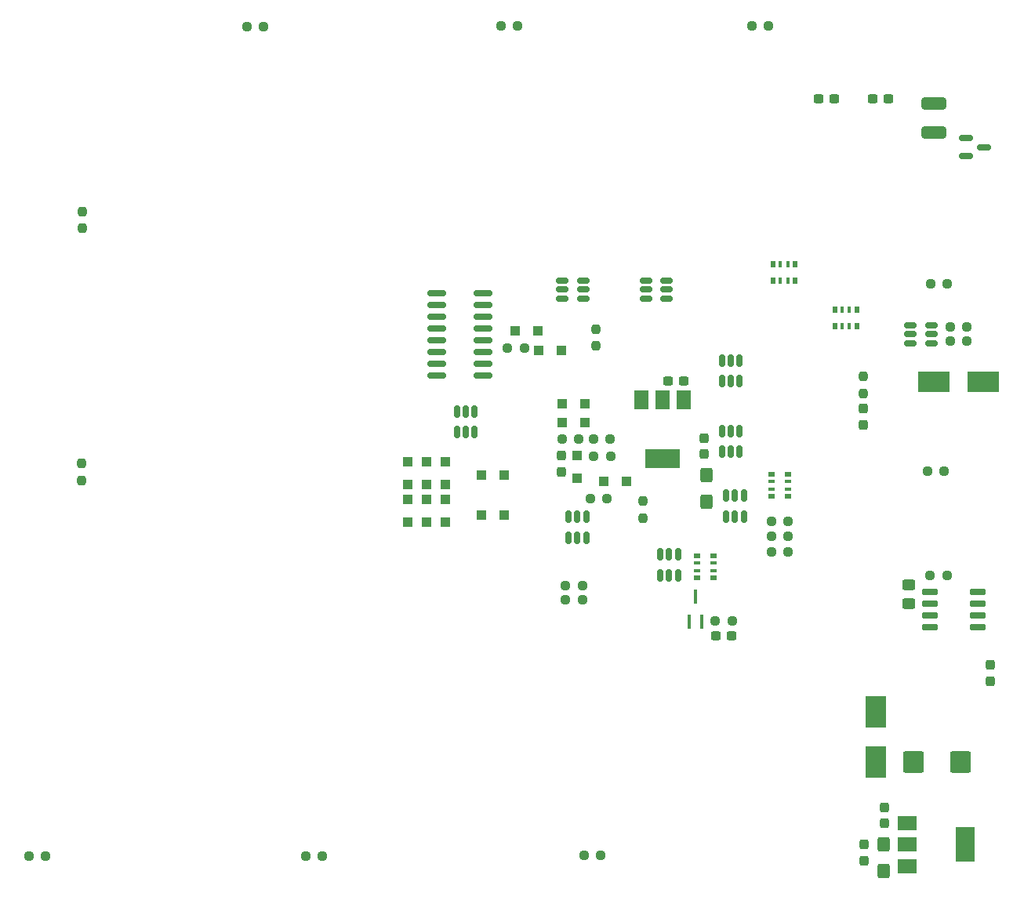
<source format=gbr>
%TF.GenerationSoftware,KiCad,Pcbnew,6.0.5*%
%TF.CreationDate,2022-11-27T13:32:37+03:00*%
%TF.ProjectId,multistepper,6d756c74-6973-4746-9570-7065722e6b69,rev?*%
%TF.SameCoordinates,Original*%
%TF.FileFunction,Paste,Bot*%
%TF.FilePolarity,Positive*%
%FSLAX46Y46*%
G04 Gerber Fmt 4.6, Leading zero omitted, Abs format (unit mm)*
G04 Created by KiCad (PCBNEW 6.0.5) date 2022-11-27 13:32:37*
%MOMM*%
%LPD*%
G01*
G04 APERTURE LIST*
G04 Aperture macros list*
%AMRoundRect*
0 Rectangle with rounded corners*
0 $1 Rounding radius*
0 $2 $3 $4 $5 $6 $7 $8 $9 X,Y pos of 4 corners*
0 Add a 4 corners polygon primitive as box body*
4,1,4,$2,$3,$4,$5,$6,$7,$8,$9,$2,$3,0*
0 Add four circle primitives for the rounded corners*
1,1,$1+$1,$2,$3*
1,1,$1+$1,$4,$5*
1,1,$1+$1,$6,$7*
1,1,$1+$1,$8,$9*
0 Add four rect primitives between the rounded corners*
20,1,$1+$1,$2,$3,$4,$5,0*
20,1,$1+$1,$4,$5,$6,$7,0*
20,1,$1+$1,$6,$7,$8,$9,0*
20,1,$1+$1,$8,$9,$2,$3,0*%
G04 Aperture macros list end*
%ADD10R,2.000000X1.500000*%
%ADD11R,2.000000X3.800000*%
%ADD12RoundRect,0.237500X-0.237500X0.300000X-0.237500X-0.300000X0.237500X-0.300000X0.237500X0.300000X0*%
%ADD13RoundRect,0.250000X-0.425000X0.537500X-0.425000X-0.537500X0.425000X-0.537500X0.425000X0.537500X0*%
%ADD14RoundRect,0.237500X0.237500X-0.300000X0.237500X0.300000X-0.237500X0.300000X-0.237500X-0.300000X0*%
%ADD15RoundRect,0.150000X-0.512500X-0.150000X0.512500X-0.150000X0.512500X0.150000X-0.512500X0.150000X0*%
%ADD16RoundRect,0.237500X-0.250000X-0.237500X0.250000X-0.237500X0.250000X0.237500X-0.250000X0.237500X0*%
%ADD17R,1.000000X1.000000*%
%ADD18R,0.500000X0.800000*%
%ADD19R,0.400000X0.800000*%
%ADD20R,0.800000X0.500000*%
%ADD21R,0.800000X0.400000*%
%ADD22RoundRect,0.150000X-0.587500X-0.150000X0.587500X-0.150000X0.587500X0.150000X-0.587500X0.150000X0*%
%ADD23RoundRect,0.150000X-0.150000X0.512500X-0.150000X-0.512500X0.150000X-0.512500X0.150000X0.512500X0*%
%ADD24RoundRect,0.237500X0.250000X0.237500X-0.250000X0.237500X-0.250000X-0.237500X0.250000X-0.237500X0*%
%ADD25RoundRect,0.150000X0.825000X0.150000X-0.825000X0.150000X-0.825000X-0.150000X0.825000X-0.150000X0*%
%ADD26RoundRect,0.150000X0.512500X0.150000X-0.512500X0.150000X-0.512500X-0.150000X0.512500X-0.150000X0*%
%ADD27RoundRect,0.237500X0.300000X0.237500X-0.300000X0.237500X-0.300000X-0.237500X0.300000X-0.237500X0*%
%ADD28RoundRect,0.237500X0.237500X-0.250000X0.237500X0.250000X-0.237500X0.250000X-0.237500X-0.250000X0*%
%ADD29RoundRect,0.250000X0.450000X-0.325000X0.450000X0.325000X-0.450000X0.325000X-0.450000X-0.325000X0*%
%ADD30R,2.300000X3.500000*%
%ADD31R,3.500000X2.300000*%
%ADD32RoundRect,0.237500X-0.300000X-0.237500X0.300000X-0.237500X0.300000X0.237500X-0.300000X0.237500X0*%
%ADD33RoundRect,0.250000X-0.875000X-0.925000X0.875000X-0.925000X0.875000X0.925000X-0.875000X0.925000X0*%
%ADD34RoundRect,0.237500X-0.237500X0.250000X-0.237500X-0.250000X0.237500X-0.250000X0.237500X0.250000X0*%
%ADD35R,0.450000X1.500000*%
%ADD36RoundRect,0.150000X-0.725000X-0.150000X0.725000X-0.150000X0.725000X0.150000X-0.725000X0.150000X0*%
%ADD37R,1.500000X2.000000*%
%ADD38R,3.800000X2.000000*%
%ADD39RoundRect,0.250000X-1.075000X0.400000X-1.075000X-0.400000X1.075000X-0.400000X1.075000X0.400000X0*%
G04 APERTURE END LIST*
D10*
%TO.C,U8*%
X152450000Y-132574000D03*
X152450000Y-134874000D03*
D11*
X158750000Y-134874000D03*
D10*
X152450000Y-137174000D03*
%TD*%
D12*
%TO.C,C29*%
X147828000Y-136600100D03*
X147828000Y-134875100D03*
%TD*%
D13*
%TO.C,C28*%
X149910800Y-137749000D03*
X149910800Y-134874000D03*
%TD*%
D14*
%TO.C,C27*%
X150012400Y-130861900D03*
X150012400Y-132586900D03*
%TD*%
D15*
%TO.C,D3*%
X117464000Y-75880000D03*
X117464000Y-74930000D03*
X117464000Y-73980000D03*
X115189000Y-73980000D03*
X115189000Y-74930000D03*
X115189000Y-75880000D03*
%TD*%
D16*
%TO.C,R5*%
X137771500Y-103276400D03*
X139596500Y-103276400D03*
%TD*%
%TO.C,R8*%
X118213500Y-97536000D03*
X120038500Y-97536000D03*
%TD*%
%TO.C,R12*%
X118619900Y-92913200D03*
X120444900Y-92913200D03*
%TD*%
D17*
%TO.C,D20*%
X116840000Y-92831600D03*
X116840000Y-95331600D03*
%TD*%
%TO.C,D23*%
X115123600Y-81483200D03*
X112623600Y-81483200D03*
%TD*%
D18*
%TO.C,RN3*%
X147021400Y-78903400D03*
D19*
X146221400Y-78903400D03*
X145421400Y-78903400D03*
D18*
X144621400Y-78903400D03*
X144621400Y-77103400D03*
D19*
X145421400Y-77103400D03*
X146221400Y-77103400D03*
D18*
X147021400Y-77103400D03*
%TD*%
D17*
%TO.C,D10*%
X100584000Y-97556000D03*
X100584000Y-100056000D03*
%TD*%
%TO.C,D17*%
X100584000Y-93492000D03*
X100584000Y-95992000D03*
%TD*%
D20*
%TO.C,RN4*%
X137784000Y-97262800D03*
D21*
X137784000Y-96462800D03*
X137784000Y-95662800D03*
D20*
X137784000Y-94862800D03*
X139584000Y-94862800D03*
D21*
X139584000Y-95662800D03*
X139584000Y-96462800D03*
D20*
X139584000Y-97262800D03*
%TD*%
D22*
%TO.C,D24*%
X158828500Y-60487600D03*
X158828500Y-58587600D03*
X160703500Y-59537600D03*
%TD*%
D23*
%TO.C,D4*%
X103850400Y-90342300D03*
X104800400Y-90342300D03*
X105750400Y-90342300D03*
X105750400Y-88067300D03*
X104800400Y-88067300D03*
X103850400Y-88067300D03*
%TD*%
D24*
%TO.C,R16*%
X158900500Y-80524000D03*
X157075500Y-80524000D03*
%TD*%
D16*
%TO.C,R6*%
X109272700Y-81280000D03*
X111097700Y-81280000D03*
%TD*%
D25*
%TO.C,U7*%
X101665000Y-75311000D03*
X101665000Y-76581000D03*
X101665000Y-77851000D03*
X101665000Y-79121000D03*
X101665000Y-80391000D03*
X101665000Y-81661000D03*
X101665000Y-82931000D03*
X101665000Y-84201000D03*
X106615000Y-84201000D03*
X106615000Y-82931000D03*
X106615000Y-81661000D03*
X106615000Y-80391000D03*
X106615000Y-79121000D03*
X106615000Y-77851000D03*
X106615000Y-76581000D03*
X106615000Y-75311000D03*
%TD*%
D17*
%TO.C,D12*%
X108946000Y-99314000D03*
X106446000Y-99314000D03*
%TD*%
D26*
%TO.C,D2*%
X124217000Y-73980000D03*
X124217000Y-74930000D03*
X124217000Y-75880000D03*
X126492000Y-75880000D03*
X126492000Y-74930000D03*
X126492000Y-73980000D03*
%TD*%
%TO.C,U3*%
X152786500Y-78812000D03*
X152786500Y-79762000D03*
X152786500Y-80712000D03*
X155061500Y-80712000D03*
X155061500Y-79762000D03*
X155061500Y-78812000D03*
%TD*%
D16*
%TO.C,R28*%
X135671650Y-46423200D03*
X137496650Y-46423200D03*
%TD*%
D17*
%TO.C,D19*%
X106446000Y-94996000D03*
X108946000Y-94996000D03*
%TD*%
D16*
%TO.C,R26*%
X82970200Y-46546854D03*
X81145200Y-46546854D03*
%TD*%
%TO.C,R27*%
X108566275Y-46485027D03*
X110391275Y-46485027D03*
%TD*%
D27*
%TO.C,C10*%
X142850700Y-54356000D03*
X144575700Y-54356000D03*
%TD*%
D28*
%TO.C,R32*%
X63329200Y-93691400D03*
X63329200Y-95516400D03*
%TD*%
D17*
%TO.C,D9*%
X98552000Y-97556000D03*
X98552000Y-100056000D03*
%TD*%
%TO.C,D15*%
X112603600Y-79400400D03*
X110103600Y-79400400D03*
%TD*%
D29*
%TO.C,D25*%
X152654000Y-108873400D03*
X152654000Y-106823400D03*
%TD*%
D16*
%TO.C,R19*%
X156766900Y-105765600D03*
X154941900Y-105765600D03*
%TD*%
D17*
%TO.C,D21*%
X117683600Y-89306400D03*
X115183600Y-89306400D03*
%TD*%
D24*
%TO.C,R7*%
X116992400Y-91084400D03*
X115167400Y-91084400D03*
%TD*%
D18*
%TO.C,RN1*%
X137941200Y-72201200D03*
D19*
X138741200Y-72201200D03*
X139541200Y-72201200D03*
D18*
X140341200Y-72201200D03*
X140341200Y-74001200D03*
D19*
X139541200Y-74001200D03*
X138741200Y-74001200D03*
D18*
X137941200Y-74001200D03*
%TD*%
D23*
%TO.C,D7*%
X132908000Y-99435500D03*
X133858000Y-99435500D03*
X134808000Y-99435500D03*
X134808000Y-97160500D03*
X133858000Y-97160500D03*
X132908000Y-97160500D03*
%TD*%
D30*
%TO.C,D27*%
X149098000Y-120548400D03*
X149098000Y-125948400D03*
%TD*%
D17*
%TO.C,D11*%
X102616000Y-97556000D03*
X102616000Y-100056000D03*
%TD*%
D24*
%TO.C,R30*%
X89294800Y-136076800D03*
X87469800Y-136076800D03*
%TD*%
D27*
%TO.C,C11*%
X150418800Y-54356000D03*
X148693800Y-54356000D03*
%TD*%
D14*
%TO.C,C13*%
X161442400Y-115469500D03*
X161442400Y-117194500D03*
%TD*%
D23*
%TO.C,D6*%
X125796000Y-105785500D03*
X126746000Y-105785500D03*
X127696000Y-105785500D03*
X127696000Y-103510500D03*
X126746000Y-103510500D03*
X125796000Y-103510500D03*
%TD*%
D24*
%TO.C,R17*%
X158900500Y-79000000D03*
X157075500Y-79000000D03*
%TD*%
D31*
%TO.C,D22*%
X155296000Y-84923000D03*
X160696000Y-84923000D03*
%TD*%
D32*
%TO.C,C12*%
X133501300Y-112318800D03*
X131776300Y-112318800D03*
%TD*%
D13*
%TO.C,C16*%
X130810000Y-94980900D03*
X130810000Y-97855900D03*
%TD*%
D14*
%TO.C,C18*%
X130505200Y-90983900D03*
X130505200Y-92708900D03*
%TD*%
D28*
%TO.C,R22*%
X118872000Y-81026000D03*
X118872000Y-79201000D03*
%TD*%
D17*
%TO.C,D16*%
X98552000Y-93492000D03*
X98552000Y-95992000D03*
%TD*%
D24*
%TO.C,R31*%
X57608725Y-136076800D03*
X59433725Y-136076800D03*
%TD*%
D17*
%TO.C,D13*%
X119674000Y-95656400D03*
X122174000Y-95656400D03*
%TD*%
D23*
%TO.C,D1*%
X132433000Y-84836000D03*
X133383000Y-84836000D03*
X134333000Y-84836000D03*
X134333000Y-82561000D03*
X133383000Y-82561000D03*
X132433000Y-82561000D03*
%TD*%
D17*
%TO.C,D18*%
X102616000Y-93492000D03*
X102616000Y-95992000D03*
%TD*%
D16*
%TO.C,R15*%
X137771500Y-101600000D03*
X139596500Y-101600000D03*
%TD*%
D28*
%TO.C,R1*%
X147726400Y-84329900D03*
X147726400Y-86154900D03*
%TD*%
D33*
%TO.C,C17*%
X158201200Y-125933200D03*
X153101200Y-125933200D03*
%TD*%
D23*
%TO.C,D8*%
X132433000Y-92456000D03*
X133383000Y-92456000D03*
X134333000Y-92456000D03*
X134333000Y-90181000D03*
X133383000Y-90181000D03*
X132433000Y-90181000D03*
%TD*%
D14*
%TO.C,C8*%
X115112800Y-92863500D03*
X115112800Y-94588500D03*
%TD*%
D20*
%TO.C,RN2*%
X131557600Y-103651200D03*
D21*
X131557600Y-104451200D03*
X131557600Y-105251200D03*
D20*
X131557600Y-106051200D03*
X129757600Y-106051200D03*
D21*
X129757600Y-105251200D03*
X129757600Y-104451200D03*
D20*
X129757600Y-103651200D03*
%TD*%
D24*
%TO.C,R29*%
X117529800Y-136016800D03*
X119354800Y-136016800D03*
%TD*%
D27*
%TO.C,C15*%
X126594700Y-84836000D03*
X128319700Y-84836000D03*
%TD*%
D23*
%TO.C,D5*%
X115890000Y-101721500D03*
X116840000Y-101721500D03*
X117790000Y-101721500D03*
X117790000Y-99446500D03*
X116840000Y-99446500D03*
X115890000Y-99446500D03*
%TD*%
D12*
%TO.C,C3*%
X147726400Y-89508500D03*
X147726400Y-87783500D03*
%TD*%
D16*
%TO.C,R20*%
X131726300Y-110744000D03*
X133551300Y-110744000D03*
%TD*%
D34*
%TO.C,R21*%
X123952000Y-99615000D03*
X123952000Y-97790000D03*
%TD*%
D24*
%TO.C,R4*%
X156462100Y-94538800D03*
X154637100Y-94538800D03*
%TD*%
D16*
%TO.C,R3*%
X154967300Y-74345800D03*
X156792300Y-74345800D03*
%TD*%
D24*
%TO.C,R13*%
X118569100Y-91084400D03*
X120394100Y-91084400D03*
%TD*%
D17*
%TO.C,D14*%
X115183600Y-87274400D03*
X117683600Y-87274400D03*
%TD*%
D35*
%TO.C,U4*%
X129590800Y-108093200D03*
X128940800Y-110753200D03*
X130240800Y-110753200D03*
%TD*%
D36*
%TO.C,Q2*%
X154905000Y-111379000D03*
X154905000Y-110109000D03*
X154905000Y-108839000D03*
X154905000Y-107569000D03*
X160055000Y-107569000D03*
X160055000Y-108839000D03*
X160055000Y-110109000D03*
X160055000Y-111379000D03*
%TD*%
D16*
%TO.C,R24*%
X115571900Y-108407200D03*
X117396900Y-108407200D03*
%TD*%
%TO.C,R14*%
X137771500Y-99923600D03*
X139596500Y-99923600D03*
%TD*%
%TO.C,R25*%
X115571900Y-106883200D03*
X117396900Y-106883200D03*
%TD*%
D37*
%TO.C,U6*%
X123734800Y-86868000D03*
D38*
X126034800Y-93168000D03*
D37*
X126034800Y-86868000D03*
X128334800Y-86868000D03*
%TD*%
D39*
%TO.C,R18*%
X155295600Y-54838000D03*
X155295600Y-57938000D03*
%TD*%
D28*
%TO.C,R23*%
X63357200Y-66503800D03*
X63357200Y-68328800D03*
%TD*%
M02*

</source>
